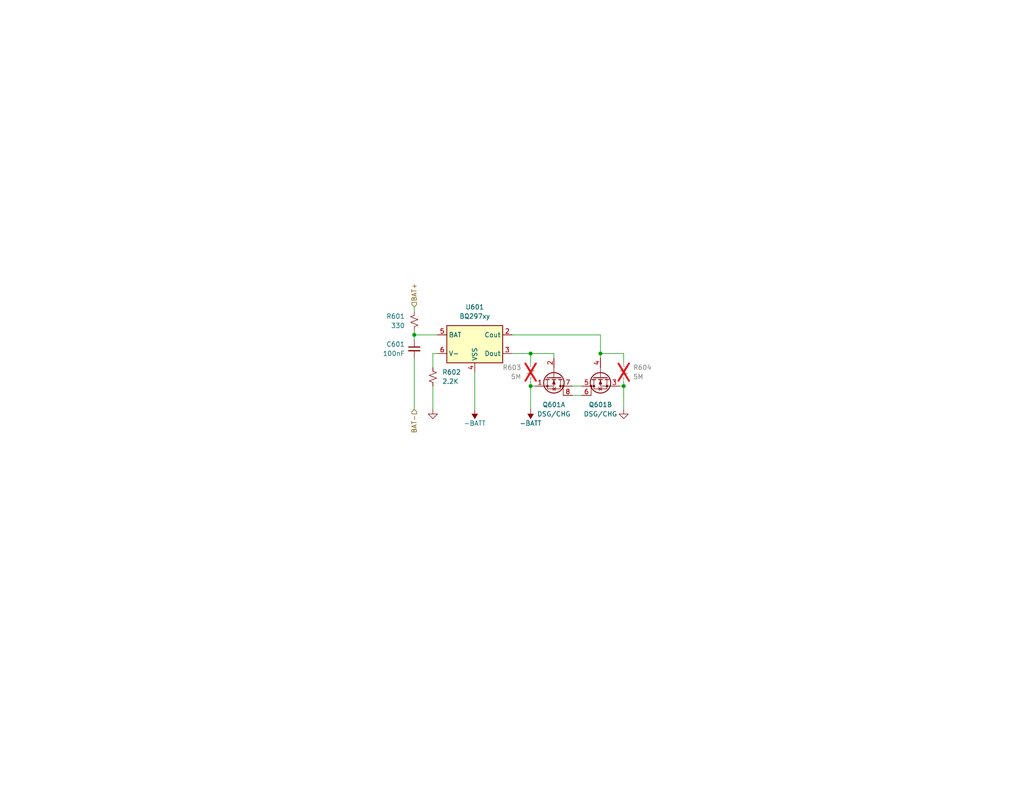
<source format=kicad_sch>
(kicad_sch (version 20231120) (generator "eeschema") (generator_version "8.0")
  (paper "USLetter")
  (title_block (title "BT Bike Light") (date "2024-08-25") (rev "A") (company "Embedded Shark, LLC") (comment 1 "Ben Owen"))
  (lib_symbols
    (symbol "Battery_Management:BQ297xy"
      (property "Reference" "U" (at -6.35 6.35 0))
      (property "Value" "BQ297xy" (at 5.08 -6.35 0))
      (symbol "BQ297xy_0_1"
        (rectangle (start -7.62 5.08) (end 7.62 -5.08) (stroke (width 0.254)) (fill (type background)))
      )
      (symbol "BQ297xy_1_1"
        (pin no_connect line (at 7.62 0 180) (length 2.54) hide (name "NC") (number "1"))
        (pin output line (at 10.16 2.54 180) (length 2.54) (name "Cout") (number "2"))
        (pin output line (at 10.16 -2.54 180) (length 2.54) (name "Dout") (number "3"))
        (pin power_in line (at 0 -7.62 90) (length 2.54) (name "VSS") (number "4"))
        (pin input line (at -10.16 2.54 0) (length 2.54) (name "BAT") (number "5"))
        (pin input line (at -10.16 -2.54 0) (length 2.54) (name "V-") (number "6"))
      )
    )
    (symbol "Device:C_Small" (pin_numbers hide) (pin_names (offset 0.254) hide)
      (property "Reference" "C" (at 0.254 1.778 0))
      (property "Value" "C_Small" (at 0.254 -2.032 0))
      (symbol "C_Small_0_1"
        (polyline (pts (xy -1.524 -0.508) (xy 1.524 -0.508)) (stroke (width 0.3302)))
        (polyline (pts (xy -1.524 0.508) (xy 1.524 0.508)) (stroke (width 0.3048)))
      )
      (symbol "C_Small_1_1"
        (pin passive line (at 0 2.54 270) (length 2.032) (name "~") (number "1"))
        (pin passive line (at 0 -2.54 90) (length 2.032) (name "~") (number "2"))
      )
    )
    (symbol "Device:Q_Dual_NMOS_S1G1S2G2D2D2D1D1" (pin_names (offset 0) hide)
      (property "Reference" "Q" (at 5.08 1.27 0))
      (property "Value" "Q_Dual_NMOS_S1G1S2G2D2D2D1D1" (at 5.08 -1.27 0))
      (symbol "Q_Dual_NMOS_S1G1S2G2D2D2D1D1_0_1"
        (polyline (pts (xy 0.254 0) (xy -2.54 0)))
        (polyline (pts (xy 0.254 1.905) (xy 0.254 -1.905)) (stroke (width 0.254)))
        (polyline (pts (xy 0.762 -1.27) (xy 0.762 -2.286)) (stroke (width 0.254)))
        (polyline (pts (xy 0.762 0.508) (xy 0.762 -0.508)) (stroke (width 0.254)))
        (polyline (pts (xy 0.762 2.286) (xy 0.762 1.27)) (stroke (width 0.254)))
        (polyline (pts (xy 2.54 2.54) (xy 2.54 1.778)))
        (polyline (pts (xy 5.08 2.54) (xy 2.54 2.54)))
        (polyline (pts (xy 2.54 -2.54) (xy 2.54 0) (xy 0.762 0)))
        (polyline (pts (xy 0.762 -1.778) (xy 3.302 -1.778) (xy 3.302 1.778) (xy 0.762 1.778)))
        (polyline (pts (xy 1.016 0) (xy 2.032 0.381) (xy 2.032 -0.381) (xy 1.016 0)) (fill (type outline)))
        (polyline (pts (xy 2.794 0.508) (xy 2.921 0.381) (xy 3.683 0.381) (xy 3.81 0.254)))
        (polyline (pts (xy 3.302 0.381) (xy 2.921 -0.254) (xy 3.683 -0.254) (xy 3.302 0.381)))
        (circle (center 1.651 0) (radius 2.794) (stroke (width 0.254)))
        (circle (center 2.54 -1.778) (radius 0.254) (fill (type outline)))
        (circle (center 2.54 1.778) (radius 0.254) (fill (type outline)))
        (circle (center 2.54 2.54) (radius 0.254) (fill (type outline)))
      )
      (symbol "Q_Dual_NMOS_S1G1S2G2D2D2D1D1_1_1"
        (pin passive line (at 2.54 -5.08 90) (length 2.54) (name "S") (number "1"))
        (pin input line (at -5.08 0 0) (length 2.54) (name "G") (number "2"))
        (pin passive line (at 2.54 5.08 270) (length 2.54) (name "D") (number "7"))
        (pin passive line (at 5.08 5.08 270) (length 2.54) (name "D") (number "8"))
      )
      (symbol "Q_Dual_NMOS_S1G1S2G2D2D2D1D1_2_1"
        (pin passive line (at 2.54 -5.08 90) (length 2.54) (name "S") (number "3"))
        (pin input line (at -5.08 0 0) (length 2.54) (name "G") (number "4"))
        (pin passive line (at 2.54 5.08 270) (length 2.54) (name "D") (number "5"))
        (pin passive line (at 5.08 5.08 270) (length 2.54) (name "D") (number "6"))
      )
    )
    (symbol "Device:R_Small_US" (pin_numbers hide) (pin_names (offset 0.254) hide)
      (property "Reference" "R" (at 0.762 0.508 0))
      (property "Value" "R_Small_US" (at 0.762 -1.016 0))
      (symbol "R_Small_US_1_1"
        (polyline (pts (xy 0 0) (xy 1.016 -0.381) (xy 0 -0.762) (xy -1.016 -1.143) (xy 0 -1.524)))
        (polyline (pts (xy 0 1.524) (xy 1.016 1.143) (xy 0 0.762) (xy -1.016 0.381) (xy 0 0)))
        (pin passive line (at 0 2.54 270) (length 1.016) (name "~") (number "1"))
        (pin passive line (at 0 -2.54 90) (length 1.016) (name "~") (number "2"))
      )
    )
    (symbol "power:-BATT" (power) (pin_numbers hide) (pin_names (offset 0) hide)
      (property "Value" "-BATT" (at 0 3.556 0))
      (symbol "-BATT_0_1"
        (polyline (pts (xy 0 0) (xy 0 2.54)))
        (polyline (pts (xy 0.762 1.27) (xy -0.762 1.27) (xy 0 2.54) (xy 0.762 1.27)) (fill (type outline)))
      )
      (symbol "-BATT_1_1"
        (pin power_in line (at 0 0 90) (length 0) (name "~") (number "1"))
      )
    )
    (symbol "power:GND" (power) (pin_numbers hide) (pin_names (offset 0) hide)
      (property "Value" "GND" (at 0 -3.81 0))
      (symbol "GND_0_1"
        (polyline (pts (xy 0 0) (xy 0 -1.27) (xy 1.27 -1.27) (xy 0 -2.54) (xy -1.27 -1.27) (xy 0 -1.27)))
      )
      (symbol "GND_1_1"
        (pin power_in line (at 0 0 270) (length 0) (name "~") (number "1"))
      )
    )
  )
  (junction (at 144.78 105.41))
  (junction (at 144.78 96.52))
  (junction (at 163.83 96.52))
  (junction (at 113.03 91.44))
  (junction (at 170.18 105.41))
  (wire (pts (xy 163.83 91.44) (xy 163.83 96.52)))
  (wire (pts (xy 156.21 107.95) (xy 158.75 107.95)))
  (wire (pts (xy 118.11 96.52) (xy 119.38 96.52)))
  (wire (pts (xy 163.83 96.52) (xy 163.83 97.79)))
  (wire (pts (xy 151.13 97.79) (xy 151.13 96.52)))
  (wire (pts (xy 118.11 105.41) (xy 118.11 111.76)))
  (wire (pts (xy 170.18 105.41) (xy 170.18 111.76)))
  (wire (pts (xy 144.78 111.76) (xy 144.78 105.41)))
  (wire (pts (xy 170.18 104.14) (xy 170.18 105.41)))
  (wire (pts (xy 113.03 91.44) (xy 113.03 92.71)))
  (wire (pts (xy 144.78 105.41) (xy 146.05 105.41)))
  (wire (pts (xy 113.03 97.79) (xy 113.03 111.76)))
  (wire (pts (xy 144.78 96.52) (xy 144.78 99.06)))
  (wire (pts (xy 168.91 105.41) (xy 170.18 105.41)))
  (wire (pts (xy 144.78 104.14) (xy 144.78 105.41)))
  (wire (pts (xy 156.21 105.41) (xy 158.75 105.41)))
  (wire (pts (xy 151.13 96.52) (xy 144.78 96.52)))
  (wire (pts (xy 170.18 96.52) (xy 163.83 96.52)))
  (wire (pts (xy 113.03 83.82) (xy 113.03 85.09)))
  (wire (pts (xy 118.11 96.52) (xy 118.11 100.33)))
  (wire (pts (xy 113.03 90.17) (xy 113.03 91.44)))
  (wire (pts (xy 170.18 99.06) (xy 170.18 96.52)))
  (wire (pts (xy 139.7 91.44) (xy 163.83 91.44)))
  (wire (pts (xy 144.78 96.52) (xy 139.7 96.52)))
  (wire (pts (xy 129.54 111.76) (xy 129.54 101.6)))
  (wire (pts (xy 119.38 91.44) (xy 113.03 91.44)))
  (hierarchical_label "BAT-" (shape input) (at 113.03 111.76 270))
  (hierarchical_label "BAT+" (shape input) (at 113.03 83.82 90))
  (symbol (lib_id "Device:R_Small_US") (at 144.78 101.6 0) (mirror y) (unit 1) (dnp yes)
    (property "Reference" "R603" (at 142.24 100.3299 0) (effects (justify left)))
    (property "Value" "5M" (at 142.24 102.8699 0) (effects (justify left)))
    (property "Footprint" "Resistor_SMD:R_1206_3216Metric" (effects (hide yes)))
    (property "Description" "Resistor, small US symbol" (effects (hide yes)))
  )
  (symbol (lib_id "power:-BATT") (at 144.78 111.76 180) (unit 1)
    (property "Reference" "#PWR0603" (effects (hide yes)))
    (property "Value" "-BATT" (at 144.78 115.57 0))
    (property "Description" "Power symbol creates a global label with name \"-BATT\"" (effects (hide yes)))
  )
  (symbol (lib_id "Battery_Management:BQ297xy") (at 129.54 93.98 0) (unit 1)
    (property "Reference" "U601" (at 129.54 83.82 0))
    (property "Value" "BQ297xy" (at 129.54 86.36 0))
    (property "Footprint" "Package_SON:WSON-6_1.5x1.5mm_P0.5mm" (effects (hide yes)))
    (property "Datasheet" "http://www.ti.com/lit/ds/symlink/bq2970.pdf" (effects (hide yes)))
    (property "Description" "Voltage and Current Protection for Single-Cell Li-Ion and Li-Polymer Batteries" (effects (hide yes)))
  )
  (symbol (lib_id "power:GND") (at 118.11 111.76 0) (unit 1)
    (property "Reference" "#PWR0601" (effects (hide yes)))
    (property "Value" "GND" (effects (hide yes)))
    (property "Description" "Power symbol creates a global label with name \"GND\" , ground" (effects (hide yes)))
  )
  (symbol (lib_id "power:GND") (at 170.18 111.76 0) (unit 1)
    (property "Reference" "#PWR0604" (effects (hide yes)))
    (property "Value" "GND" (effects (hide yes)))
    (property "Description" "Power symbol creates a global label with name \"GND\" , ground" (effects (hide yes)))
  )
  (symbol (lib_id "Device:C_Small") (at 113.03 95.25 0) (mirror y) (unit 1)
    (property "Reference" "C601" (at 110.49 93.9862 0) (effects (justify left)))
    (property "Value" "100nF" (at 110.49 96.5262 0) (effects (justify left)))
    (property "Footprint" "Capacitor_SMD:C_0402_1005Metric" (effects (hide yes)))
    (property "Description" "Unpolarized capacitor, small symbol" (effects (hide yes)))
  )
  (symbol (lib_id "Device:Q_Dual_NMOS_S1G1S2G2D2D2D1D1") (at 151.13 102.87 270) (unit 1)
    (property "Reference" "Q601" (at 151.13 110.49 90))
    (property "Value" "DSG/CHG" (at 151.13 113.03 90))
    (property "Footprint" "Package_SO:SO-8_3.9x4.9mm_P1.27mm" (effects (hide yes)))
    (property "Description" "Dual NMOS transistor, 8 pin package" (effects (hide yes)))
  )
  (symbol (lib_id "Device:R_Small_US") (at 170.18 101.6 0) (unit 1) (dnp yes)
    (property "Reference" "R604" (at 172.72 100.3299 0) (effects (justify left)))
    (property "Value" "5M" (at 172.72 102.8699 0) (effects (justify left)))
    (property "Footprint" "Resistor_SMD:R_1206_3216Metric" (effects (hide yes)))
    (property "Description" "Resistor, small US symbol" (effects (hide yes)))
  )
  (symbol (lib_id "Device:Q_Dual_NMOS_S1G1S2G2D2D2D1D1") (at 163.83 102.87 90) (mirror x) (unit 2)
    (property "Reference" "Q601" (at 163.83 110.49 90))
    (property "Value" "DSG/CHG" (at 163.83 113.03 90))
    (property "Footprint" "Package_SO:SO-8_3.9x4.9mm_P1.27mm" (effects (hide yes)))
    (property "Description" "Dual NMOS transistor, 8 pin package" (effects (hide yes)))
  )
  (symbol (lib_id "Device:R_Small_US") (at 118.11 102.87 0) (unit 1)
    (property "Reference" "R602" (at 120.65 101.5999 0) (effects (justify left)))
    (property "Value" "2.2K" (at 120.65 104.1399 0) (effects (justify left)))
    (property "Footprint" "Resistor_SMD:R_0402_1005Metric" (effects (hide yes)))
    (property "Description" "Resistor, small US symbol" (effects (hide yes)))
  )
  (symbol (lib_id "power:-BATT") (at 129.54 111.76 180) (unit 1)
    (property "Reference" "#PWR0602" (effects (hide yes)))
    (property "Value" "-BATT" (at 129.54 115.57 0))
    (property "Description" "Power symbol creates a global label with name \"-BATT\"" (effects (hide yes)))
  )
  (symbol (lib_id "Device:R_Small_US") (at 113.03 87.63 0) (mirror y) (unit 1)
    (property "Reference" "R601" (at 110.49 86.3599 0) (effects (justify left)))
    (property "Value" "330" (at 110.49 88.8999 0) (effects (justify left)))
    (property "Footprint" "Resistor_SMD:R_0402_1005Metric" (effects (hide yes)))
    (property "Description" "Resistor, small US symbol" (effects (hide yes)))
  )
)
</source>
